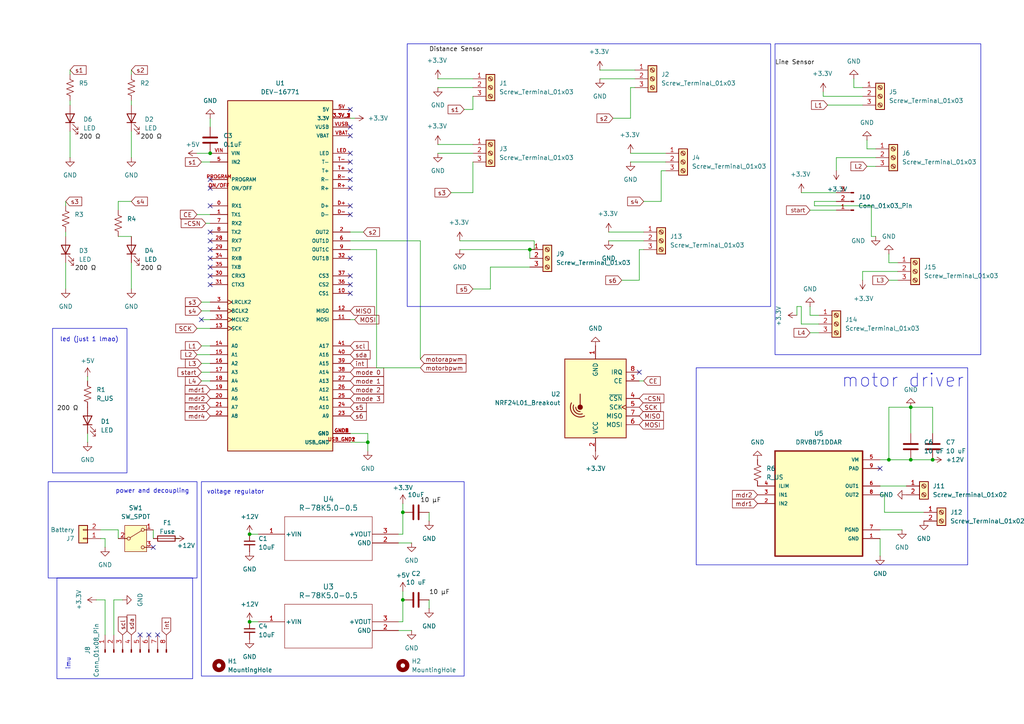
<source format=kicad_sch>
(kicad_sch (version 20250114) (generator "eeschema") (generator_version "9.0")
  (paper "A4")
  (rectangle (start 201.93 106.68) (end 280.67 163.83))
  (rectangle (start 16.51 196.85) (end 55.88 167.64))
  (rectangle (start 15.24 95.25) (end 36.83 137.16))
  (rectangle (start 58.42 139.7) (end 134.62 196.088))
  (rectangle (start 13.97 139.7) (end 57.15 167.64))
  (rectangle (start 224.79 12.7) (end 284.48 102.87))
  (rectangle (start 118.11 12.7) (end 223.52 88.9))
  (text "led (just 1 lmao)\n\n" (at 25.908 99.568 0) (effects (font (size 1.27 1.27))))
  (text "motor driver" (at 261.874 110.49 0) (effects (font (size 3.81 3.81))))
  (text "power and decoupling" (at 44.196 142.494 0) (effects (font (size 1.27 1.27))))
  (text "voltage regulator" (at 68.326 142.748 0) (effects (font (size 1.27 1.27))))
  (text "imu" (at 19.812 192.532 90) (effects (font (size 1.27 1.27))))
  (junction (at 257.81 133.35))
  (junction (at 270.51 133.35))
  (junction (at 264.16 133.35))
  (junction (at 60.96 44.45))
  (junction (at 106.68 128.27))
  (junction (at 72.39 154.94))
  (junction (at 264.16 118.11))
  (junction (at 116.84 173.99))
  (junction (at 116.84 148.59))
  (junction (at 153.67 72.39))
  (junction (at 72.39 180.34))
  (no_connect (at 60.96 80.01))
  (no_connect (at 101.6 46.99))
  (no_connect (at 101.6 36.83))
  (no_connect (at 101.6 39.37))
  (no_connect (at 60.96 74.93))
  (no_connect (at 60.96 69.85))
  (no_connect (at 60.96 59.69))
  (no_connect (at 43.18 184.15))
  (no_connect (at 101.6 82.55))
  (no_connect (at 101.6 62.23))
  (no_connect (at 60.96 82.55))
  (no_connect (at 60.96 52.07))
  (no_connect (at 185.42 107.95))
  (no_connect (at 40.64 184.15))
  (no_connect (at 101.6 49.53))
  (no_connect (at 58.42 92.71))
  (no_connect (at 60.96 77.47))
  (no_connect (at 45.72 184.15))
  (no_connect (at 255.27 135.89))
  (no_connect (at 60.96 72.39))
  (no_connect (at 101.6 52.07))
  (no_connect (at 101.6 74.93))
  (no_connect (at 101.6 44.45))
  (no_connect (at 60.96 67.31))
  (no_connect (at 101.6 59.69))
  (no_connect (at 101.6 80.01))
  (no_connect (at 101.6 85.09))
  (no_connect (at 101.6 54.61))
  (no_connect (at 60.96 54.61))
  (no_connect (at 44.45 158.75))
  (no_connect (at 101.6 31.75))
  (wire (pts (xy 254 45.72) (xy 242.57 45.72)))
  (wire (pts (xy 153.67 74.93) (xy 153.67 72.39)))
  (wire (pts (xy 257.81 118.11) (xy 264.16 118.11)))
  (wire (pts (xy 252.73 68.58) (xy 254 68.58)))
  (wire (pts (xy 57.15 95.25) (xy 60.96 95.25)))
  (wire (pts (xy 57.15 62.23) (xy 60.96 62.23)))
  (wire (pts (xy 19.05 58.42) (xy 19.05 59.69)))
  (wire (pts (xy 232.41 55.88) (xy 242.57 55.88)))
  (wire (pts (xy 234.95 88.9) (xy 234.95 91.44)))
  (wire (pts (xy 270.51 118.11) (xy 264.16 118.11)))
  (wire (pts (xy 58.42 90.17) (xy 60.96 90.17)))
  (wire (pts (xy 134.62 31.75) (xy 137.16 31.75)))
  (wire (pts (xy 153.67 72.39) (xy 133.35 72.39)))
  (wire (pts (xy 185.42 72.39) (xy 186.69 72.39)))
  (wire (pts (xy 57.15 44.45) (xy 60.96 44.45)))
  (wire (pts (xy 180.34 81.28) (xy 185.42 81.28)))
  (wire (pts (xy 234.95 60.96) (xy 242.57 60.96)))
  (wire (pts (xy 176.53 69.85) (xy 186.69 69.85)))
  (wire (pts (xy 242.57 45.72) (xy 242.57 49.53)))
  (wire (pts (xy 264.16 118.11) (xy 264.16 125.73)))
  (wire (pts (xy 238.76 27.94) (xy 238.76 26.67)))
  (wire (pts (xy 173.99 22.86) (xy 184.15 22.86)))
  (wire (pts (xy 236.22 58.42) (xy 236.22 59.69)))
  (wire (pts (xy 20.32 30.48) (xy 20.32 29.21)))
  (wire (pts (xy 256.54 148.59) (xy 267.97 148.59)))
  (wire (pts (xy 30.48 173.99) (xy 27.94 173.99)))
  (wire (pts (xy 232.41 88.9) (xy 232.41 93.98)))
  (wire (pts (xy 34.29 68.58) (xy 38.1 68.58)))
  (wire (pts (xy 19.05 76.2) (xy 19.05 83.82)))
  (wire (pts (xy 186.69 58.42) (xy 191.77 58.42)))
  (wire (pts (xy 240.03 30.48) (xy 250.19 30.48)))
  (wire (pts (xy 59.69 64.77) (xy 60.96 64.77)))
  (wire (pts (xy 33.02 184.15) (xy 33.02 173.99)))
  (wire (pts (xy 29.21 156.21) (xy 30.48 156.21)))
  (wire (pts (xy 154.94 72.39) (xy 154.94 69.85)))
  (wire (pts (xy 25.4 109.22) (xy 25.4 110.49)))
  (wire (pts (xy 34.29 153.67) (xy 34.29 156.21)))
  (wire (pts (xy 182.88 46.99) (xy 193.04 46.99)))
  (wire (pts (xy 116.84 154.94) (xy 115.57 154.94)))
  (wire (pts (xy 191.77 49.53) (xy 193.04 49.53)))
  (wire (pts (xy 60.96 34.29) (xy 60.96 36.83)))
  (wire (pts (xy 116.84 148.59) (xy 116.84 154.94)))
  (wire (pts (xy 58.42 107.95) (xy 60.96 107.95)))
  (wire (pts (xy 250.19 78.74) (xy 250.19 81.28)))
  (wire (pts (xy 154.94 69.85) (xy 133.35 69.85)))
  (wire (pts (xy 30.48 156.21) (xy 30.48 158.75)))
  (wire (pts (xy 102.87 34.29) (xy 101.6 34.29)))
  (wire (pts (xy 115.57 182.88) (xy 119.38 182.88)))
  (wire (pts (xy 30.48 184.15) (xy 30.48 173.99)))
  (wire (pts (xy 72.39 180.34) (xy 74.93 180.34)))
  (wire (pts (xy 173.99 20.32) (xy 184.15 20.32)))
  (wire (pts (xy 115.57 157.48) (xy 119.38 157.48)))
  (wire (pts (xy 58.42 105.41) (xy 60.96 105.41)))
  (wire (pts (xy 124.46 148.59) (xy 124.46 151.13)))
  (wire (pts (xy 38.1 38.1) (xy 38.1 45.72)))
  (wire (pts (xy 38.1 30.48) (xy 38.1 29.21)))
  (wire (pts (xy 38.1 76.2) (xy 38.1 83.82)))
  (wire (pts (xy 234.95 91.44) (xy 237.49 91.44)))
  (wire (pts (xy 236.22 58.42) (xy 242.57 58.42)))
  (wire (pts (xy 109.22 72.39) (xy 101.6 72.39)))
  (wire (pts (xy 252.73 59.69) (xy 252.73 68.58)))
  (wire (pts (xy 176.53 67.31) (xy 186.69 67.31)))
  (wire (pts (xy 142.24 77.47) (xy 142.24 83.82)))
  (wire (pts (xy 34.29 58.42) (xy 34.29 60.96)))
  (wire (pts (xy 231.14 88.9) (xy 231.14 91.44)))
  (wire (pts (xy 101.6 125.73) (xy 106.68 125.73)))
  (wire (pts (xy 264.16 133.35) (xy 270.51 133.35)))
  (wire (pts (xy 58.42 92.71) (xy 60.96 92.71)))
  (wire (pts (xy 121.92 104.14) (xy 121.92 69.85)))
  (wire (pts (xy 127 44.45) (xy 137.16 44.45)))
  (wire (pts (xy 127 25.4) (xy 137.16 25.4)))
  (wire (pts (xy 257.81 118.11) (xy 257.81 133.35)))
  (wire (pts (xy 137.16 83.82) (xy 142.24 83.82)))
  (wire (pts (xy 116.84 146.05) (xy 116.84 148.59)))
  (wire (pts (xy 57.15 102.87) (xy 60.96 102.87)))
  (wire (pts (xy 38.1 58.42) (xy 34.29 58.42)))
  (wire (pts (xy 182.88 44.45) (xy 193.04 44.45)))
  (wire (pts (xy 25.4 128.27) (xy 25.4 125.73)))
  (wire (pts (xy 20.32 38.1) (xy 20.32 45.72)))
  (wire (pts (xy 102.87 92.71) (xy 101.6 92.71)))
  (wire (pts (xy 50.8 156.21) (xy 52.07 156.21)))
  (wire (pts (xy 124.46 173.99) (xy 124.46 176.53)))
  (wire (pts (xy 255.27 153.67) (xy 261.62 153.67)))
  (wire (pts (xy 257.81 133.35) (xy 264.16 133.35)))
  (wire (pts (xy 191.77 49.53) (xy 191.77 58.42)))
  (wire (pts (xy 106.68 128.27) (xy 101.6 128.27)))
  (wire (pts (xy 121.92 106.68) (xy 109.22 106.68)))
  (wire (pts (xy 185.42 110.49) (xy 186.69 110.49)))
  (wire (pts (xy 109.22 106.68) (xy 109.22 72.39)))
  (wire (pts (xy 116.84 173.99) (xy 116.84 180.34)))
  (wire (pts (xy 58.42 100.33) (xy 60.96 100.33)))
  (wire (pts (xy 106.68 130.81) (xy 106.68 128.27)))
  (wire (pts (xy 127 41.91) (xy 137.16 41.91)))
  (wire (pts (xy 182.88 25.4) (xy 182.88 34.29)))
  (wire (pts (xy 236.22 59.69) (xy 252.73 59.69)))
  (wire (pts (xy 106.68 125.73) (xy 106.68 128.27)))
  (wire (pts (xy 38.1 20.32) (xy 38.1 21.59)))
  (wire (pts (xy 232.41 88.9) (xy 231.14 88.9)))
  (wire (pts (xy 251.46 48.26) (xy 254 48.26)))
  (wire (pts (xy 137.16 55.88) (xy 137.16 46.99)))
  (wire (pts (xy 255.27 140.97) (xy 262.89 140.97)))
  (wire (pts (xy 72.39 154.94) (xy 74.93 154.94)))
  (wire (pts (xy 154.94 72.39) (xy 153.67 72.39)))
  (wire (pts (xy 257.81 81.28) (xy 260.35 81.28)))
  (wire (pts (xy 185.42 72.39) (xy 185.42 81.28)))
  (wire (pts (xy 116.84 171.45) (xy 116.84 173.99)))
  (wire (pts (xy 130.81 55.88) (xy 137.16 55.88)))
  (wire (pts (xy 257.81 76.2) (xy 260.35 76.2)))
  (wire (pts (xy 20.32 20.32) (xy 20.32 21.59)))
  (wire (pts (xy 250.19 27.94) (xy 238.76 27.94)))
  (wire (pts (xy 142.24 77.47) (xy 153.67 77.47)))
  (wire (pts (xy 127 22.86) (xy 137.16 22.86)))
  (wire (pts (xy 234.95 96.52) (xy 237.49 96.52)))
  (wire (pts (xy 58.42 46.99) (xy 60.96 46.99)))
  (wire (pts (xy 29.21 153.67) (xy 34.29 153.67)))
  (wire (pts (xy 58.42 110.49) (xy 60.96 110.49)))
  (wire (pts (xy 251.46 43.18) (xy 254 43.18)))
  (wire (pts (xy 270.51 125.73) (xy 270.51 118.11)))
  (wire (pts (xy 121.92 69.85) (xy 101.6 69.85)))
  (wire (pts (xy 182.88 25.4) (xy 184.15 25.4)))
  (wire (pts (xy 232.41 93.98) (xy 237.49 93.98)))
  (wire (pts (xy 58.42 87.63) (xy 60.96 87.63)))
  (wire (pts (xy 33.02 173.99) (xy 35.56 173.99)))
  (wire (pts (xy 19.05 68.58) (xy 19.05 67.31)))
  (wire (pts (xy 255.27 133.35) (xy 257.81 133.35)))
  (wire (pts (xy 116.84 180.34) (xy 115.57 180.34)))
  (wire (pts (xy 250.19 78.74) (xy 260.35 78.74)))
  (wire (pts (xy 101.6 67.31) (xy 105.41 67.31)))
  (wire (pts (xy 137.16 31.75) (xy 137.16 27.94)))
  (wire (pts (xy 255.27 143.51) (xy 256.54 143.51)))
  (wire (pts (xy 256.54 143.51) (xy 256.54 148.59)))
  (wire (pts (xy 44.45 153.67) (xy 44.45 156.21)))
  (wire (pts (xy 251.46 40.64) (xy 251.46 43.18)))
  (wire (pts (xy 247.65 25.4) (xy 250.19 25.4)))
  (wire (pts (xy 177.8 34.29) (xy 182.88 34.29)))
  (wire (pts (xy 247.65 22.86) (xy 247.65 25.4)))
  (wire (pts (xy 257.81 73.66) (xy 257.81 76.2)))
  (wire (pts (xy 255.27 156.21) (xy 255.27 161.29)))
  (label "200 Ω" (at 27.94 78.74 180))
  (label "200 Ω" (at 16.51 119.38 0))
  (label "200 Ω" (at 46.99 40.64 180))
  (label "Distance Sensor" (at 124.46 15.24 0))
  (label "10 µF" (at 124.46 172.72 0))
  (label "200 Ω" (at 29.21 40.64 180))
  (label "200 Ω" (at 46.99 78.74 180))
  (label "Line Sensor" (at 224.79 19.05 0))
  (label "10 µF" (at 121.92 146.05 0))
  (global_label "CE" (shape input) (at 57.15 62.23 180) (property "Intersheetrefs" "${INTERSHEET_REFS}" (effects (hide yes))))
  (global_label "s1" (shape input) (at 58.42 46.99 180) (property "Intersheetrefs" "${INTERSHEET_REFS}" (effects (hide yes))))
  (global_label "MOSI" (shape input) (at 102.87 92.71 0) (property "Intersheetrefs" "${INTERSHEET_REFS}" (effects (hide yes))))
  (global_label "L1" (shape input) (at 58.42 100.33 180) (property "Intersheetrefs" "${INTERSHEET_REFS}" (effects (hide yes))))
  (global_label "s3" (shape input) (at 19.05 58.42 0) (property "Intersheetrefs" "${INTERSHEET_REFS}" (effects (hide yes))))
  (global_label "mode 0" (shape input) (at 101.6 107.95 0) (property "Intersheetrefs" "${INTERSHEET_REFS}" (effects (hide yes))))
  (global_label "s3" (shape input) (at 130.81 55.88 180) (property "Intersheetrefs" "${INTERSHEET_REFS}" (effects (hide yes))))
  (global_label "mode 2" (shape input) (at 101.6 113.03 0) (property "Intersheetrefs" "${INTERSHEET_REFS}" (effects (hide yes))))
  (global_label "mdr3" (shape input) (at 60.96 118.11 180) (property "Intersheetrefs" "${INTERSHEET_REFS}" (effects (hide yes))))
  (global_label "s5" (shape input) (at 101.6 118.11 0) (property "Intersheetrefs" "${INTERSHEET_REFS}" (effects (hide yes))))
  (global_label "~CSN" (shape input) (at 59.69 64.77 180) (property "Intersheetrefs" "${INTERSHEET_REFS}" (effects (hide yes))))
  (global_label "SCK" (shape input) (at 57.15 95.25 180) (property "Intersheetrefs" "${INTERSHEET_REFS}" (effects (hide yes))))
  (global_label "L2" (shape input) (at 57.15 102.87 180) (property "Intersheetrefs" "${INTERSHEET_REFS}" (effects (hide yes))))
  (global_label "L3" (shape input) (at 257.81 81.28 180) (property "Intersheetrefs" "${INTERSHEET_REFS}" (effects (hide yes))))
  (global_label "motorbpwm" (shape input) (at 121.92 106.68 0) (property "Intersheetrefs" "${INTERSHEET_REFS}" (effects (hide yes))))
  (global_label "s4" (shape input) (at 38.1 58.42 0) (property "Intersheetrefs" "${INTERSHEET_REFS}" (effects (hide yes))))
  (global_label "s2" (shape input) (at 177.8 34.29 180) (property "Intersheetrefs" "${INTERSHEET_REFS}" (effects (hide yes))))
  (global_label "SCK" (shape input) (at 185.42 118.11 0) (property "Intersheetrefs" "${INTERSHEET_REFS}" (effects (hide yes))))
  (global_label "s1" (shape input) (at 134.62 31.75 180) (property "Intersheetrefs" "${INTERSHEET_REFS}" (effects (hide yes))))
  (global_label "sda" (shape input) (at 38.1 184.15 90) (property "Intersheetrefs" "${INTERSHEET_REFS}" (effects (hide yes))))
  (global_label "mdr1" (shape input) (at 60.96 113.03 180) (property "Intersheetrefs" "${INTERSHEET_REFS}" (effects (hide yes))))
  (global_label "s5" (shape input) (at 137.16 83.82 180) (property "Intersheetrefs" "${INTERSHEET_REFS}" (effects (hide yes))))
  (global_label "L3" (shape input) (at 58.42 105.41 180) (property "Intersheetrefs" "${INTERSHEET_REFS}" (effects (hide yes))))
  (global_label "s3" (shape input) (at 58.42 87.63 180) (property "Intersheetrefs" "${INTERSHEET_REFS}" (effects (hide yes))))
  (global_label "scl" (shape input) (at 101.6 100.33 0) (property "Intersheetrefs" "${INTERSHEET_REFS}" (effects (hide yes))))
  (global_label "mode 3" (shape input) (at 101.6 115.57 0) (property "Intersheetrefs" "${INTERSHEET_REFS}" (effects (hide yes))))
  (global_label "s2" (shape input) (at 105.41 67.31 0) (property "Intersheetrefs" "${INTERSHEET_REFS}" (effects (hide yes))))
  (global_label "mdr1" (shape input) (at 219.71 146.05 180) (property "Intersheetrefs" "${INTERSHEET_REFS}" (effects (hide yes))))
  (global_label "motorapwm" (shape input) (at 121.92 104.14 0) (property "Intersheetrefs" "${INTERSHEET_REFS}" (effects (hide yes))))
  (global_label "s6" (shape input) (at 101.6 120.65 0) (property "Intersheetrefs" "${INTERSHEET_REFS}" (effects (hide yes))))
  (global_label "L4" (shape input) (at 58.42 110.49 180) (property "Intersheetrefs" "${INTERSHEET_REFS}" (effects (hide yes))))
  (global_label "int" (shape input) (at 48.26 184.15 90) (property "Intersheetrefs" "${INTERSHEET_REFS}" (effects (hide yes))))
  (global_label "s4" (shape input) (at 186.69 58.42 180) (property "Intersheetrefs" "${INTERSHEET_REFS}" (effects (hide yes))))
  (global_label "mdr2" (shape input) (at 219.71 143.51 180) (property "Intersheetrefs" "${INTERSHEET_REFS}" (effects (hide yes))))
  (global_label "sda" (shape input) (at 101.6 102.87 0) (property "Intersheetrefs" "${INTERSHEET_REFS}" (effects (hide yes))))
  (global_label "MISO" (shape input) (at 101.6 90.17 0) (property "Intersheetrefs" "${INTERSHEET_REFS}" (effects (hide yes))))
  (global_label "L1" (shape input) (at 240.03 30.48 180) (property "Intersheetrefs" "${INTERSHEET_REFS}" (effects (hide yes))))
  (global_label "s6" (shape input) (at 180.34 81.28 180) (property "Intersheetrefs" "${INTERSHEET_REFS}" (effects (hide yes))))
  (global_label "mdr2" (shape input) (at 60.96 115.57 180) (property "Intersheetrefs" "${INTERSHEET_REFS}" (effects (hide yes))))
  (global_label "start" (shape input) (at 234.95 60.96 180) (property "Intersheetrefs" "${INTERSHEET_REFS}" (effects (hide yes))))
  (global_label "s2" (shape input) (at 38.1 20.32 0) (property "Intersheetrefs" "${INTERSHEET_REFS}" (effects (hide yes))))
  (global_label "scl" (shape input) (at 35.56 184.15 90) (property "Intersheetrefs" "${INTERSHEET_REFS}" (effects (hide yes))))
  (global_label "int" (shape input) (at 101.6 105.41 0) (property "Intersheetrefs" "${INTERSHEET_REFS}" (effects (hide yes))))
  (global_label "s4" (shape input) (at 58.42 90.17 180) (property "Intersheetrefs" "${INTERSHEET_REFS}" (effects (hide yes))))
  (global_label "MOSI" (shape input) (at 185.42 123.19 0) (property "Intersheetrefs" "${INTERSHEET_REFS}" (effects (hide yes))))
  (global_label "s1" (shape input) (at 20.32 20.32 0) (property "Intersheetrefs" "${INTERSHEET_REFS}" (effects (hide yes))))
  (global_label "L4" (shape input) (at 234.95 96.52 180) (property "Intersheetrefs" "${INTERSHEET_REFS}" (effects (hide yes))))
  (global_label "mode 1" (shape input) (at 101.6 110.49 0) (property "Intersheetrefs" "${INTERSHEET_REFS}" (effects (hide yes))))
  (global_label "start" (shape input) (at 58.42 107.95 180) (property "Intersheetrefs" "${INTERSHEET_REFS}" (effects (hide yes))))
  (global_label "L2" (shape input) (at 251.46 48.26 180) (property "Intersheetrefs" "${INTERSHEET_REFS}" (effects (hide yes))))
  (global_label "~CSN" (shape input) (at 185.42 115.57 0) (property "Intersheetrefs" "${INTERSHEET_REFS}" (effects (hide yes))))
  (global_label "MISO" (shape input) (at 185.42 120.65 0) (property "Intersheetrefs" "${INTERSHEET_REFS}" (effects (hide yes))))
  (global_label "mdr4" (shape input) (at 60.96 120.65 180) (property "Intersheetrefs" "${INTERSHEET_REFS}" (effects (hide yes))))
  (global_label "CE" (shape input) (at 186.69 110.49 0) (property "Intersheetrefs" "${INTERSHEET_REFS}" (effects (hide yes))))
  (symbol (lib_id "power:GND") (at 127 44.45 0) (unit 1)
    (property "Reference" "#PWR06" (effects (hide yes)))
    (property "Value" "GND" (at 127 49.53 0))
    (property "Description" "Power symbol creates a global label with name \"GND\" , ground" (effects (hide yes)))
  )
  (symbol (lib_name "+5V_1") (lib_id "power:+5V") (at 116.84 146.05 0) (unit 1)
    (property "Reference" "#PWR028" (effects (hide yes)))
    (property "Value" "+3.3V" (at 116.84 141.478 0))
    (property "Description" "Power symbol creates a global label with name \"+5V\"" (effects (hide yes)))
  )
  (symbol (lib_id "power:+12V") (at 50.8 156.21 270) (unit 1)
    (property "Reference" "#PWR021" (effects (hide yes)))
    (property "Value" "+12V" (at 51.308 158.242 90) (effects (justify left)))
    (property "Description" "Power symbol creates a global label with name \"+12V\"" (effects (hide yes)))
  )
  (symbol (lib_id "power:+3.3V") (at 232.41 55.88 0) (unit 1)
    (property "Reference" "#PWR051" (effects (hide yes)))
    (property "Value" "+3.3V" (at 232.156 50.546 0))
    (property "Description" "Power symbol creates a global label with name \"+3.3V\"" (effects (hide yes)))
  )
  (symbol (lib_id "power:GND") (at 247.65 22.86 0) (mirror x) (unit 1)
    (property "Reference" "#PWR010" (effects (hide yes)))
    (property "Value" "GND" (at 247.65 17.78 0))
  )
  (symbol (lib_id "Device:C_Small") (at 72.39 157.48 0) (unit 1)
    (property "Reference" "C1" (at 74.93 156.2162 0) (effects (justify left)))
    (property "Value" "10uF" (at 74.93 158.7562 0) (effects (justify left)))
    (property "Footprint" "Capacitor_SMD:C_0805_2012Metric" (effects (hide yes)))
    (property "Description" "Unpolarized capacitor, small symbol" (effects (hide yes)))
  )
  (symbol (lib_id "Connector:Screw_Terminal_01x03") (at 191.77 69.85 0) (unit 1)
    (property "Reference" "J13" (at 194.31 68.5799 0) (effects (justify left)))
    (property "Value" "Screw_Terminal_01x03" (at 194.31 71.1199 0) (effects (justify left)))
    (property "Footprint" "TerminalBlock:TerminalBlock_Xinya_XY308-2.54-3P_1x03_P2.54mm_Horizontal" (effects (hide yes)))
    (property "Description" "Generic screw terminal, single row, 01x03, script generated (kicad-library-utils/schlib/autogen/connector/)" (effects (hide yes)))
  )
  (symbol (lib_id "RF:NRF24L01_Breakout") (at 172.72 115.57 180) (unit 1)
    (property "Reference" "U2" (at 162.56 114.2999 0) (effects (justify left)))
    (property "Value" "NRF24L01_Breakout" (at 162.56 116.8399 0) (effects (justify left)))
    (property "Footprint" "RF_Module:nRF24L01_Breakout" (effects (hide yes)))
    (property "Datasheet" "http://www.nordicsemi.com/eng/content/download/2730/34105/file/nRF24L01_Product_Specification_v2_0.pdf" (effects (hide yes)))
    (property "Description" "Ultra low power 2.4GHz RF Transceiver, Carrier PCB" (effects (hide yes)))
  )
  (symbol (lib_id "power:GND") (at 261.62 153.67 0) (unit 1)
    (property "Reference" "#PWR041" (effects (hide yes)))
    (property "Value" "GND" (at 261.62 158.75 0))
    (property "Description" "Power symbol creates a global label with name \"GND\" , ground" (effects (hide yes)))
  )
  (symbol (lib_id "power:GND") (at 119.38 157.48 0) (unit 1)
    (property "Reference" "#PWR038" (effects (hide yes)))
    (property "Value" "GND" (at 119.38 162.56 0))
    (property "Description" "Power symbol creates a global label with name \"GND\" , ground" (effects (hide yes)))
  )
  (symbol (lib_id "power:+3.3V") (at 250.19 81.28 180) (unit 1)
    (property "Reference" "#PWR059" (effects (hide yes)))
    (property "Value" "+3.3V" (at 250.444 86.614 0))
    (property "Description" "Power symbol creates a global label with name \"+3.3V\"" (effects (hide yes)))
  )
  (symbol (lib_id "power:GND") (at 119.38 182.88 0) (unit 1)
    (property "Reference" "#PWR019" (effects (hide yes)))
    (property "Value" "GND" (at 119.38 187.96 0))
    (property "Description" "Power symbol creates a global label with name \"GND\" , ground" (effects (hide yes)))
  )
  (symbol (lib_id "Connector:Screw_Terminal_01x03") (at 259.08 45.72 0) (unit 1)
    (property "Reference" "J6" (at 261.62 44.4499 0) (effects (justify left)))
    (property "Value" "Screw_Terminal_01x03" (at 261.62 46.9899 0) (effects (justify left)))
    (property "Footprint" "TerminalBlock:TerminalBlock_Xinya_XY308-2.54-3P_1x03_P2.54mm_Horizontal" (effects (hide yes)))
    (property "Description" "Generic screw terminal, single row, 01x03, script generated (kicad-library-utils/schlib/autogen/connector/)" (effects (hide yes)))
  )
  (symbol (lib_id "power:GND") (at 234.95 88.9 0) (mirror x) (unit 1)
    (property "Reference" "#PWR029" (effects (hide yes)))
    (property "Value" "GND" (at 234.95 83.82 0))
  )
  (symbol (lib_id "power:GND") (at 38.1 83.82 0) (unit 1)
    (property "Reference" "#PWR036" (effects (hide yes)))
    (property "Value" "GND" (at 38.1 88.9 0))
    (property "Description" "Power symbol creates a global label with name \"GND\" , ground" (effects (hide yes)))
  )
  (symbol (lib_id "Connector:Screw_Terminal_01x03") (at 189.23 22.86 0) (unit 1)
    (property "Reference" "J2" (at 191.77 21.5899 0) (effects (justify left)))
    (property "Value" "Screw_Terminal_01x03" (at 191.77 24.1299 0) (effects (justify left)))
    (property "Footprint" "TerminalBlock:TerminalBlock_Xinya_XY308-2.54-3P_1x03_P2.54mm_Horizontal" (effects (hide yes)))
    (property "Description" "Generic screw terminal, single row, 01x03, script generated (kicad-library-utils/schlib/autogen/connector/)" (effects (hide yes)))
  )
  (symbol (lib_id "Device:C_Small") (at 72.39 182.88 0) (unit 1)
    (property "Reference" "C4" (at 74.93 181.6162 0) (effects (justify left)))
    (property "Value" "10uF" (at 74.93 184.1562 0) (effects (justify left)))
    (property "Footprint" "Capacitor_SMD:C_0805_2012Metric" (effects (hide yes)))
    (property "Description" "Unpolarized capacitor, small symbol" (effects (hide yes)))
  )
  (symbol (lib_id "Mechanical:MountingHole") (at 116.84 193.04 0) (unit 1) (exclude_from_sim yes) (in_bom no)
    (property "Reference" "H2" (at 119.38 191.7699 0) (effects (justify left)))
    (property "Value" "MountingHole" (at 119.38 194.3099 0) (effects (justify left)))
    (property "Footprint" "MountingHole:MountingHole_2.5mm" (effects (hide yes)))
    (property "Description" "Mounting Hole without connection" (effects (hide yes)))
  )
  (symbol (lib_name "+5V_2") (lib_id "power:+5V") (at 57.15 44.45 90) (unit 1)
    (property "Reference" "#PWR025" (effects (hide yes)))
    (property "Value" "+5V" (at 55.88 41.91 90))
    (property "Description" "Power symbol creates a global label with name \"+5V\"" (effects (hide yes)))
  )
  (symbol (lib_id "power:GND") (at 264.16 118.11 180) (unit 1)
    (property "Reference" "#PWR02" (effects (hide yes)))
    (property "Value" "GND" (at 264.16 113.03 0))
    (property "Description" "Power symbol creates a global label with name \"GND\" , ground" (effects (hide yes)))
  )
  (symbol (lib_id "Device:R_US") (at 25.4 114.3 0) (unit 1)
    (property "Reference" "R1" (at 27.94 113.0299 0) (effects (justify left)))
    (property "Value" "R_US" (at 27.94 115.5699 0) (effects (justify left)))
    (property "Footprint" "Resistor_SMD:R_0805_2012Metric" (effects (hide yes)))
    (property "Description" "Resistor, US symbol" (effects (hide yes)))
  )
  (symbol (lib_id "Device:C") (at 270.51 129.54 180) (unit 1)
    (property "Reference" "C7" (at 274.32 128.2699 0) (effects (justify right)))
    (property "Value" "10 uF" (at 274.32 130.8099 0) (effects (justify right)))
    (property "Footprint" "Capacitor_SMD:C_0805_2012Metric" (effects (hide yes)))
    (property "Description" "Unpolarized capacitor" (effects (hide yes)))
  )
  (symbol (lib_id "power:+3.3V") (at 172.72 130.81 180) (unit 1)
    (property "Reference" "#PWR07" (effects (hide yes)))
    (property "Value" "+3.3V" (at 172.72 135.89 0))
    (property "Description" "Power symbol creates a global label with name \"+3.3V\"" (effects (hide yes)))
  )
  (symbol (lib_id "Device:Fuse") (at 48.26 156.21 90) (unit 1)
    (property "Reference" "F1" (at 48.514 151.638 90))
    (property "Value" "Fuse" (at 48.514 154.178 90))
    (property "Footprint" "Fuse:Fuse_1206_3216Metric" (effects (hide yes)))
    (property "Description" "Fuse" (effects (hide yes)))
  )
  (symbol (lib_id "Device:C") (at 60.96 40.64 0) (unit 1)
    (property "Reference" "C3" (at 64.77 39.3699 0) (effects (justify left)))
    (property "Value" "0.1uF" (at 64.77 41.9099 0) (effects (justify left)))
    (property "Footprint" "Capacitor_SMD:C_0805_2012Metric" (effects (hide yes)))
    (property "Description" "Unpolarized capacitor" (effects (hide yes)))
  )
  (symbol (lib_id "power:GND") (at 254 68.58 0) (unit 1)
    (property "Reference" "#PWR030" (effects (hide yes)))
    (property "Value" "GND" (at 248.92 69.85 0))
    (property "Description" "Power symbol creates a global label with name \"GND\" , ground" (effects (hide yes)))
  )
  (symbol (lib_id "power:GND") (at 251.46 40.64 0) (mirror x) (unit 1)
    (property "Reference" "#PWR012" (effects (hide yes)))
    (property "Value" "GND" (at 251.46 35.56 0))
  )
  (symbol (lib_id "power:GND") (at 255.27 161.29 0) (unit 1)
    (property "Reference" "#PWR037" (effects (hide yes)))
    (property "Value" "GND" (at 255.27 166.37 0))
    (property "Description" "Power symbol creates a global label with name \"GND\" , ground" (effects (hide yes)))
  )
  (symbol (lib_id "power:GND") (at 60.96 34.29 180) (unit 1)
    (property "Reference" "#PWR026" (effects (hide yes)))
    (property "Value" "GND" (at 60.96 29.21 0))
    (property "Description" "Power symbol creates a global label with name \"GND\" , ground" (effects (hide yes)))
  )
  (symbol (lib_id "DEV-16771:DEV-16771") (at 81.28 80.01 0) (unit 1)
    (property "Reference" "U1" (at 81.28 24.13 0))
    (property "Value" "DEV-16771" (at 81.28 26.67 0))
    (property "Footprint" "pleseowrk:teensy" (effects (hide yes)))
    (property "Description" "\nRT1062 Teensy 4.1 series ARM® Cortex®-M7 MPU Embedded Evaluation Board\n" (effects (hide yes)))
    (property "MF" "SparkFun Electronics" (effects (hide yes)))
    (property "MAXIMUM_PACKAGE_HEIGHT" "4.07mm" (effects (hide yes)))
    (property "Package" "None" (effects (hide yes)))
    (property "Price" "None" (effects (hide yes)))
    (property "Check_prices" "https://www.snapeda.com/parts/DEV-16771/SparkFun+Electronics/view-part/?ref=eda" (effects (hide yes)))
    (property "STANDARD" "Manufacturer recommendations" (effects (hide yes)))
    (property "PARTREV" "4.1" (effects (hide yes)))
    (property "SnapEDA_Link" "https://www.snapeda.com/parts/DEV-16771/SparkFun+Electronics/view-part/?ref=snap" (effects (hide yes)))
    (property "MP" "DEV-16771" (effects (hide yes)))
    (property "Purchase-URL" "https://www.snapeda.com/api/url_track_click_mouser/?unipart_id=4833875&manufacturer=SparkFun Electronics&part_name=DEV-16771&search_term=None" (effects (hide yes)))
    (property "Availability" "In Stock" (effects (hide yes)))
    (property "MANUFACTURER" "SparkFun Electronics" (effects (hide yes)))
  )
  (symbol (lib_id "power:GND") (at 20.32 45.72 0) (unit 1)
    (property "Reference" "#PWR040" (effects (hide yes)))
    (property "Value" "GND" (at 20.32 50.8 0))
    (property "Description" "Power symbol creates a global label with name \"GND\" , ground" (effects (hide yes)))
  )
  (symbol (lib_id "Device:R_US") (at 20.32 25.4 0) (unit 1)
    (property "Reference" "R5" (at 22.86 24.1299 0) (effects (justify left)))
    (property "Value" "R_US" (effects (hide yes)))
    (property "Footprint" "Resistor_SMD:R_0805_2012Metric" (effects (hide yes)))
    (property "Description" "Resistor, US symbol" (effects (hide yes)))
  )
  (symbol (lib_id "power:GND") (at 262.89 143.51 270) (unit 1)
    (property "Reference" "#PWR043" (effects (hide yes)))
    (property "Value" "GND" (at 259.08 143.5099 90) (effects (justify right)))
    (property "Description" "Power symbol creates a global label with name \"GND\" , ground" (effects (hide yes)))
  )
  (symbol (lib_id "2024-11-08_01-03-56:R-78K5.0-0.5") (at 74.93 154.94 0) (unit 1)
    (property "Reference" "U4" (at 95.25 144.78 0) (effects (font (size 1.524 1.524))))
    (property "Value" "R-78K5.0-0.5" (at 95.25 147.32 0) (effects (font (size 1.524 1.524))))
    (property "Footprint" "pleseowrk:voltageregulator" (effects (hide yes)))
    (property "Datasheet" "R-78K5.0-0.5" (effects (hide yes)))
  )
  (symbol (lib_id "Switch:SW_SPDT") (at 39.37 156.21 0) (unit 1)
    (property "Reference" "SW1" (at 39.37 147.32 0))
    (property "Value" "SW_SPDT" (at 39.37 149.86 0))
    (property "Footprint" "pleseowrk:switch" (effects (hide yes)))
    (property "Description" "Switch, single pole double throw" (effects (hide yes)))
  )
  (symbol (lib_id "Connector:Screw_Terminal_01x03") (at 158.75 74.93 0) (unit 1)
    (property "Reference" "J9" (at 161.29 73.6599 0) (effects (justify left)))
    (property "Value" "Screw_Terminal_01x03" (at 161.29 76.1999 0) (effects (justify left)))
    (property "Footprint" "TerminalBlock:TerminalBlock_Xinya_XY308-2.54-3P_1x03_P2.54mm_Horizontal" (effects (hide yes)))
    (property "Description" "Generic screw terminal, single row, 01x03, script generated (kicad-library-utils/schlib/autogen/connector/)" (effects (hide yes)))
  )
  (symbol (lib_id "Connector:Screw_Terminal_01x03") (at 198.12 46.99 0) (unit 1)
    (property "Reference" "J4" (at 200.66 45.7199 0) (effects (justify left)))
    (property "Value" "Screw_Terminal_01x03" (at 200.66 48.2599 0) (effects (justify left)))
    (property "Footprint" "TerminalBlock:TerminalBlock_Xinya_XY308-2.54-3P_1x03_P2.54mm_Horizontal" (effects (hide yes)))
    (property "Description" "Generic screw terminal, single row, 01x03, script generated (kicad-library-utils/schlib/autogen/connector/)" (effects (hide yes)))
  )
  (symbol (lib_id "power:GND") (at 219.71 133.35 180) (unit 1)
    (property "Reference" "#PWR03" (effects (hide yes)))
    (property "Value" "GND" (at 219.71 128.27 0))
    (property "Description" "Power symbol creates a global label with name \"GND\" , ground" (effects (hide yes)))
  )
  (symbol (lib_id "power:GND") (at 124.46 176.53 0) (unit 1)
    (property "Reference" "#PWR024" (effects (hide yes)))
    (property "Value" "GND" (at 124.46 181.61 0))
    (property "Description" "Power symbol creates a global label with name \"GND\" , ground" (effects (hide yes)))
  )
  (symbol (lib_id "Connector:Conn_01x03_Pin") (at 247.65 58.42 180) (unit 1)
    (property "Reference" "J10" (at 248.92 57.1499 0) (effects (justify right)))
    (property "Value" "Conn_01x03_Pin" (at 248.92 59.6899 0) (effects (justify right)))
    (property "Footprint" "Connector_PinHeader_2.54mm:PinHeader_1x03_P2.54mm_Vertical" (effects (hide yes)))
    (property "Description" "Generic connector, single row, 01x03, script generated" (effects (hide yes)))
  )
  (symbol (lib_id "power:GND") (at 124.46 151.13 0) (unit 1)
    (property "Reference" "#PWR039" (effects (hide yes)))
    (property "Value" "GND" (at 124.46 156.21 0))
    (property "Description" "Power symbol creates a global label with name \"GND\" , ground" (effects (hide yes)))
  )
  (symbol (lib_id "power:+12V") (at 25.4 109.22 0) (unit 1)
    (property "Reference" "#PWR032" (effects (hide yes)))
    (property "Value" "+5V" (at 25.4 104.648 0))
    (property "Description" "Power symbol creates a global label with name \"+12V\"" (effects (hide yes)))
  )
  (symbol (lib_id "power:GND") (at 257.81 73.66 0) (mirror x) (unit 1)
    (property "Reference" "#PWR047" (effects (hide yes)))
    (property "Value" "GND" (at 257.81 68.58 0))
  )
  (symbol (lib_id "power:GND") (at 176.53 69.85 0) (unit 1)
    (property "Reference" "#PWR046" (effects (hide yes)))
    (property "Value" "GND" (at 176.53 74.93 0))
    (property "Description" "Power symbol creates a global label with name \"GND\" , ground" (effects (hide yes)))
  )
  (symbol (lib_id "power:GND") (at 72.39 185.42 0) (unit 1)
    (property "Reference" "#PWR020" (effects (hide yes)))
    (property "Value" "GND" (at 72.39 190.5 0))
    (property "Description" "Power symbol creates a global label with name \"GND\" , ground" (effects (hide yes)))
  )
  (symbol (lib_id "Connector:Conn_01x08_Pin") (at 38.1 189.23 90) (unit 1)
    (property "Reference" "J8" (at 25.4 188.595 0))
    (property "Value" "Conn_01x08_Pin" (at 27.94 188.595 0))
    (property "Footprint" "Connector_PinHeader_2.54mm:PinHeader_1x08_P2.54mm_Vertical" (effects (hide yes)))
    (property "Description" "Generic connector, single row, 01x08, script generated" (effects (hide yes)))
  )
  (symbol (lib_id "2024-11-08_01-03-56:R-78K5.0-0.5") (at 74.93 180.34 0) (unit 1)
    (property "Reference" "U3" (at 95.25 170.18 0) (effects (font (size 1.524 1.524))))
    (property "Value" "R-78K5.0-0.5" (at 95.25 172.72 0) (effects (font (size 1.524 1.524))))
    (property "Footprint" "pleseowrk:voltageregulator" (effects (hide yes)))
    (property "Datasheet" "R-78K5.0-0.5" (effects (hide yes)))
  )
  (symbol (lib_id "power:+3.3V") (at 102.87 34.29 270) (unit 1)
    (property "Reference" "#PWR023" (effects (hide yes)))
    (property "Value" "+3.3V" (at 106.68 34.2899 90) (effects (justify left)))
    (property "Description" "Power symbol creates a global label with name \"+3.3V\"" (effects (hide yes)))
  )
  (symbol (lib_id "Connector:Screw_Terminal_01x03") (at 142.24 44.45 0) (unit 1)
    (property "Reference" "J3" (at 144.78 43.1799 0) (effects (justify left)))
    (property "Value" "Screw_Terminal_01x03" (at 144.78 45.7199 0) (effects (justify left)))
    (property "Footprint" "TerminalBlock:TerminalBlock_Xinya_XY308-2.54-3P_1x03_P2.54mm_Horizontal" (effects (hide yes)))
    (property "Description" "Generic screw terminal, single row, 01x03, script generated (kicad-library-utils/schlib/autogen/connector/)" (effects (hide yes)))
  )
  (symbol (lib_id "Device:R_US") (at 38.1 25.4 0) (unit 1)
    (property "Reference" "R2" (at 40.64 24.1299 0) (effects (justify left)))
    (property "Value" "R_US" (effects (hide yes)))
    (property "Footprint" "Resistor_SMD:R_0805_2012Metric" (effects (hide yes)))
    (property "Description" "Resistor, US symbol" (effects (hide yes)))
  )
  (symbol (lib_id "power:+3.3V") (at 173.99 20.32 0) (unit 1)
    (property "Reference" "#PWR063" (effects (hide yes)))
    (property "Value" "+3.3V" (at 173.736 14.986 0))
    (property "Description" "Power symbol creates a global label with name \"+3.3V\"" (effects (hide yes)))
  )
  (symbol (lib_id "Device:C") (at 264.16 129.54 180) (unit 1)
    (property "Reference" "C6" (at 267.97 128.2699 0) (effects (justify right)))
    (property "Value" "10 uF" (at 267.97 130.8099 0) (effects (justify right)))
    (property "Footprint" "Capacitor_SMD:C_0805_2012Metric" (effects (hide yes)))
    (property "Description" "Unpolarized capacitor" (effects (hide yes)))
  )
  (symbol (lib_id "Device:LED") (at 38.1 34.29 90) (unit 1)
    (property "Reference" "D2" (at 41.91 34.6074 90) (effects (justify right)))
    (property "Value" "LED" (at 41.91 37.1474 90) (effects (justify right)))
    (property "Footprint" "LED_SMD:LED_1206_3216Metric" (effects (hide yes)))
    (property "Description" "Light emitting diode" (effects (hide yes)))
  )
  (symbol (lib_id "Device:C") (at 120.65 148.59 90) (unit 1)
    (property "Reference" "C5" (effects (hide yes)))
    (property "Value" "10uF" (at 120.65 143.51 90))
    (property "Footprint" "Capacitor_SMD:C_0805_2012Metric" (effects (hide yes)))
    (property "Description" "Unpolarized capacitor" (effects (hide yes)))
  )
  (symbol (lib_id "power:GND") (at 182.88 46.99 0) (unit 1)
    (property "Reference" "#PWR08" (effects (hide yes)))
    (property "Value" "GND" (at 182.88 52.07 0))
    (property "Description" "Power symbol creates a global label with name \"GND\" , ground" (effects (hide yes)))
  )
  (symbol (lib_id "power:GND") (at 19.05 83.82 0) (unit 1)
    (property "Reference" "#PWR035" (effects (hide yes)))
    (property "Value" "GND" (at 19.05 88.9 0))
    (property "Description" "Power symbol creates a global label with name \"GND\" , ground" (effects (hide yes)))
  )
  (symbol (lib_id "Connector:Screw_Terminal_01x02") (at 267.97 140.97 0) (unit 1)
    (property "Reference" "J11" (at 270.51 140.9699 0) (effects (justify left)))
    (property "Value" "Screw_Terminal_01x02" (at 270.51 143.5099 0) (effects (justify left)))
    (property "Footprint" "TerminalBlock:TerminalBlock_Xinya_XY308-2.54-2P_1x02_P2.54mm_Horizontal" (effects (hide yes)))
    (property "Description" "Generic screw terminal, single row, 01x02, script generated (kicad-library-utils/schlib/autogen/connector/)" (effects (hide yes)))
  )
  (symbol (lib_id "power:GND") (at 38.1 45.72 0) (unit 1)
    (property "Reference" "#PWR033" (effects (hide yes)))
    (property "Value" "GND" (at 38.1 50.8 0))
    (property "Description" "Power symbol creates a global label with name \"GND\" , ground" (effects (hide yes)))
  )
  (symbol (lib_id "Device:R_US") (at 34.29 64.77 0) (unit 1)
    (property "Reference" "R4" (at 36.83 63.4999 0) (effects (justify left)))
    (property "Value" "R_US" (effects (hide yes)))
    (property "Footprint" "Resistor_SMD:R_0805_2012Metric" (effects (hide yes)))
    (property "Description" "Resistor, US symbol" (effects (hide yes)))
  )
  (symbol (lib_id "power:GND") (at 173.99 22.86 0) (unit 1)
    (property "Reference" "#PWR04" (effects (hide yes)))
    (property "Value" "GND" (at 173.99 27.94 0))
    (property "Description" "Power symbol creates a global label with name \"GND\" , ground" (effects (hide yes)))
  )
  (symbol (lib_id "power:+3.3V") (at 127 41.91 0) (unit 1)
    (property "Reference" "#PWR062" (effects (hide yes)))
    (property "Value" "+3.3V" (at 126.746 36.576 0))
    (property "Description" "Power symbol creates a global label with name \"+3.3V\"" (effects (hide yes)))
  )
  (symbol (lib_id "Device:R_US") (at 19.05 63.5 0) (unit 1)
    (property "Reference" "R3" (at 21.59 62.2299 0) (effects (justify left)))
    (property "Value" "R_US" (effects (hide yes)))
    (property "Footprint" "Resistor_SMD:R_0805_2012Metric" (effects (hide yes)))
    (property "Description" "Resistor, US symbol" (effects (hide yes)))
  )
  (symbol (lib_id "Device:R_US") (at 219.71 137.16 0) (unit 1)
    (property "Reference" "R6" (at 222.25 135.8899 0) (effects (justify left)))
    (property "Value" "R_US" (at 222.25 138.4299 0) (effects (justify left)))
    (property "Footprint" "Resistor_SMD:R_0805_2012Metric" (effects (hide yes)))
    (property "Description" "Resistor, US symbol" (effects (hide yes)))
  )
  (symbol (lib_id "power:GND") (at 30.48 158.75 0) (unit 1)
    (property "Reference" "#PWR022" (effects (hide yes)))
    (property "Value" "GND" (at 30.48 163.83 0))
  )
  (symbol (lib_id "power:GND") (at 25.4 128.27 0) (unit 1)
    (property "Reference" "#PWR031" (effects (hide yes)))
    (property "Value" "GND" (at 25.4 133.35 0))
    (property "Description" "Power symbol creates a global label with name \"GND\" , ground" (effects (hide yes)))
  )
  (symbol (lib_id "power:+3.3V") (at 182.88 44.45 0) (unit 1)
    (property "Reference" "#PWR066" (effects (hide yes)))
    (property "Value" "+3.3V" (at 182.626 39.116 0))
    (property "Description" "Power symbol creates a global label with name \"+3.3V\"" (effects (hide yes)))
  )
  (symbol (lib_id "Connector:Screw_Terminal_01x03") (at 255.27 27.94 0) (unit 1)
    (property "Reference" "J5" (at 257.81 26.6699 0) (effects (justify left)))
    (property "Value" "Screw_Terminal_01x03" (at 257.81 29.2099 0) (effects (justify left)))
    (property "Footprint" "TerminalBlock:TerminalBlock_Xinya_XY308-2.54-3P_1x03_P2.54mm_Horizontal" (effects (hide yes)))
    (property "Description" "Generic screw terminal, single row, 01x03, script generated (kicad-library-utils/schlib/autogen/connector/)" (effects (hide yes)))
  )
  (symbol (lib_id "power:GND") (at 35.56 173.99 90) (unit 1)
    (property "Reference" "#PWR016" (effects (hide yes)))
    (property "Value" "GND" (at 40.64 173.99 0))
    (property "Description" "Power symbol creates a global label with name \"GND\" , ground" (effects (hide yes)))
  )
  (symbol (lib_id "power:+3.3V") (at 242.57 49.53 180) (unit 1)
    (property "Reference" "#PWR058" (effects (hide yes)))
    (property "Value" "+3.3V" (at 242.824 54.864 0))
    (property "Description" "Power symbol creates a global label with name \"+3.3V\"" (effects (hide yes)))
  )
  (symbol (lib_id "Connector:Screw_Terminal_01x02") (at 273.05 148.59 0) (unit 1)
    (property "Reference" "J12" (at 275.59 148.5899 0) (effects (justify left)))
    (property "Value" "Screw_Terminal_01x02" (at 275.59 151.1299 0) (effects (justify left)))
    (property "Footprint" "TerminalBlock:TerminalBlock_Xinya_XY308-2.54-2P_1x02_P2.54mm_Horizontal" (effects (hide yes)))
    (property "Description" "Generic screw terminal, single row, 01x02, script generated (kicad-library-utils/schlib/autogen/connector/)" (effects (hide yes)))
  )
  (symbol (lib_id "Device:C") (at 120.65 173.99 90) (unit 1)
    (property "Reference" "C2" (at 120.65 166.37 90))
    (property "Value" "10 uF" (at 120.65 168.91 90))
    (property "Footprint" "Capacitor_SMD:C_0805_2012Metric" (effects (hide yes)))
    (property "Description" "Unpolarized capacitor" (effects (hide yes)))
  )
  (symbol (lib_id "Connector:Screw_Terminal_01x03") (at 265.43 78.74 0) (unit 1)
    (property "Reference" "J15" (at 267.97 77.4699 0) (effects (justify left)))
    (property "Value" "Screw_Terminal_01x03" (at 267.97 80.0099 0) (effects (justify left)))
    (property "Footprint" "TerminalBlock:TerminalBlock_Xinya_XY308-2.54-3P_1x03_P2.54mm_Horizontal" (effects (hide yes)))
    (property "Description" "Generic screw terminal, single row, 01x03, script generated (kicad-library-utils/schlib/autogen/connector/)" (effects (hide yes)))
  )
  (symbol (lib_id "Connector_Generic:Conn_01x02") (at 24.13 156.21 180) (unit 1)
    (property "Reference" "J7" (at 21.59 156.2101 0) (effects (justify left)))
    (property "Value" "Battery" (at 21.59 153.6701 0) (effects (justify left)))
    (property "Footprint" "Connector_AMASS:AMASS_XT30U-F_1x02_P5.0mm_Vertical" (effects (hide yes)))
  )
  (symbol (lib_id "Device:LED") (at 19.05 72.39 90) (unit 1)
    (property "Reference" "D3" (at 22.86 72.7074 90) (effects (justify right)))
    (property "Value" "LED" (at 22.86 75.2474 90) (effects (justify right)))
    (property "Footprint" "LED_SMD:LED_1206_3216Metric" (effects (hide yes)))
    (property "Description" "Light emitting diode" (effects (hide yes)))
  )
  (symbol (lib_name "+12V_1") (lib_id "power:+12V") (at 72.39 180.34 0) (unit 1)
    (property "Reference" "#PWR017" (effects (hide yes)))
    (property "Value" "+12V" (at 72.39 175.26 0))
    (property "Description" "Power symbol creates a global label with name \"+12V\"" (effects (hide yes)))
  )
  (symbol (lib_id "power:+3.3V") (at 27.94 173.99 90) (unit 1)
    (property "Reference" "#PWR014" (effects (hide yes)))
    (property "Value" "+3.3V" (at 22.86 173.99 0))
    (property "Description" "Power symbol creates a global label with name \"+3.3V\"" (effects (hide yes)))
  )
  (symbol (lib_id "DRV8871DDAR:DRV8871DDAR") (at 237.49 146.05 0) (unit 1)
    (property "Reference" "U5" (at 237.49 125.73 0))
    (property "Value" "DRV8871DDAR" (at 237.49 128.27 0))
    (property "Footprint" "DRV8871DDAR:VREG_LM5017MR_NOPB" (effects (hide yes)))
    (property "MF" "Texas Instruments" (effects (hide yes)))
    (property "Description_1" "50-V, 3.6-A H-bridge motor driver with integrated current sensing" (effects (hide yes)))
    (property "Package" "HSOIC-8 Texas Instruments" (effects (hide yes)))
    (property "Price" "None" (effects (hide yes)))
    (property "SnapEDA_Link" "https://www.snapeda.com/parts/DRV8871DDAR/Texas+Instruments/view-part/?ref=snap" (effects (hide yes)))
    (property "MP" "DRV8871DDAR" (effects (hide yes)))
    (property "Availability" "In Stock" (effects (hide yes)))
    (property "Check_prices" "https://www.snapeda.com/parts/DRV8871DDAR/Texas+Instruments/view-part/?ref=eda" (effects (hide yes)))
  )
  (symbol (lib_id "power:GND") (at 133.35 72.39 0) (unit 1)
    (property "Reference" "#PWR044" (effects (hide yes)))
    (property "Value" "GND" (at 133.35 77.47 0))
    (property "Description" "Power symbol creates a global label with name \"GND\" , ground" (effects (hide yes)))
  )
  (symbol (lib_id "power:+3.3V") (at 176.53 67.31 0) (unit 1)
    (property "Reference" "#PWR065" (effects (hide yes)))
    (property "Value" "+3.3V" (at 176.276 61.976 0))
    (property "Description" "Power symbol creates a global label with name \"+3.3V\"" (effects (hide yes)))
  )
  (symbol (lib_id "Device:LED") (at 20.32 34.29 90) (unit 1)
    (property "Reference" "D6" (at 24.13 34.6074 90) (effects (justify right)))
    (property "Value" "LED" (at 24.13 37.1474 90) (effects (justify right)))
    (property "Footprint" "LED_SMD:LED_1206_3216Metric" (effects (hide yes)))
    (property "Description" "Light emitting diode" (effects (hide yes)))
  )
  (symbol (lib_id "power:GND") (at 127 25.4 0) (unit 1)
    (property "Reference" "#PWR01" (effects (hide yes)))
    (property "Value" "GND" (at 127 30.48 0))
    (property "Description" "Power symbol creates a global label with name \"GND\" , ground" (effects (hide yes)))
  )
  (symbol (lib_id "Connector:Screw_Terminal_01x03") (at 242.57 93.98 0) (unit 1)
    (property "Reference" "J14" (at 245.11 92.7099 0) (effects (justify left)))
    (property "Value" "Screw_Terminal_01x03" (at 245.11 95.2499 0) (effects (justify left)))
    (property "Footprint" "TerminalBlock:TerminalBlock_Xinya_XY308-2.54-3P_1x03_P2.54mm_Horizontal" (effects (hide yes)))
    (property "Description" "Generic screw terminal, single row, 01x03, script generated (kicad-library-utils/schlib/autogen/connector/)" (effects (hide yes)))
  )
  (symbol (lib_name "+12V_1") (lib_id "power:+12V") (at 72.39 154.94 0) (unit 1)
    (property "Reference" "#PWR013" (effects (hide yes)))
    (property "Value" "+12V" (at 72.39 149.86 0))
    (property "Description" "Power symbol creates a global label with name \"+12V\"" (effects (hide yes)))
  )
  (symbol (lib_id "power:GND") (at 267.97 151.13 0) (unit 1)
    (property "Reference" "#PWR045" (effects (hide yes)))
    (property "Value" "GND" (at 267.97 156.21 0))
    (property "Description" "Power symbol creates a global label with name \"GND\" , ground" (effects (hide yes)))
  )
  (symbol (lib_id "power:+3.3V") (at 127 22.86 0) (unit 1)
    (property "Reference" "#PWR061" (effects (hide yes)))
    (property "Value" "+3.3V" (at 126.746 17.526 0))
    (property "Description" "Power symbol creates a global label with name \"+3.3V\"" (effects (hide yes)))
  )
  (symbol (lib_id "Device:LED") (at 25.4 121.92 90) (unit 1)
    (property "Reference" "D1" (at 29.21 122.2374 90) (effects (justify right)))
    (property "Value" "LED" (at 29.21 124.7774 90) (effects (justify right)))
    (property "Footprint" "LED_SMD:LED_1206_3216Metric" (effects (hide yes)))
    (property "Description" "Light emitting diode" (effects (hide yes)))
  )
  (symbol (lib_name "+5V_1") (lib_id "power:+5V") (at 116.84 171.45 0) (unit 1)
    (property "Reference" "#PWR018" (effects (hide yes)))
    (property "Value" "+5V" (at 116.84 166.878 0))
    (property "Description" "Power symbol creates a global label with name \"+5V\"" (effects (hide yes)))
  )
  (symbol (lib_id "power:+3.3V") (at 133.35 69.85 0) (unit 1)
    (property "Reference" "#PWR064" (effects (hide yes)))
    (property "Value" "+3.3V" (at 133.096 64.516 0))
    (property "Description" "Power symbol creates a global label with name \"+3.3V\"" (effects (hide yes)))
  )
  (symbol (lib_id "power:+12V") (at 270.51 133.35 270) (unit 1)
    (property "Reference" "#PWR05" (effects (hide yes)))
    (property "Value" "+12V" (at 274.32 133.3499 90) (effects (justify left)))
    (property "Description" "Power symbol creates a global label with name \"+12V\"" (effects (hide yes)))
  )
  (symbol (lib_id "Device:LED") (at 38.1 72.39 90) (unit 1)
    (property "Reference" "D4" (at 41.91 72.7074 90) (effects (justify right)))
    (property "Value" "LED" (at 41.91 75.2474 90) (effects (justify right)))
    (property "Footprint" "LED_SMD:LED_1206_3216Metric" (effects (hide yes)))
    (property "Description" "Light emitting diode" (effects (hide yes)))
  )
  (symbol (lib_id "power:+3.3V") (at 231.14 91.44 90) (unit 1)
    (property "Reference" "#PWR060" (effects (hide yes)))
    (property "Value" "+3.3V" (at 225.806 91.694 0))
    (property "Description" "Power symbol creates a global label with name \"+3.3V\"" (effects (hide yes)))
  )
  (symbol (lib_id "Connector:Screw_Terminal_01x03") (at 142.24 25.4 0) (unit 1)
    (property "Reference" "J1" (at 144.78 24.1299 0) (effects (justify left)))
    (property "Value" "Screw_Terminal_01x03" (at 144.78 26.6699 0) (effects (justify left)))
    (property "Footprint" "TerminalBlock:TerminalBlock_Xinya_XY308-2.54-3P_1x03_P2.54mm_Horizontal" (effects (hide yes)))
    (property "Description" "Generic screw terminal, single row, 01x03, script generated (kicad-library-utils/schlib/autogen/connector/)" (effects (hide yes)))
  )
  (symbol (lib_id "power:GND") (at 106.68 130.81 0) (unit 1)
    (property "Reference" "#PWR034" (effects (hide yes)))
    (property "Value" "GND" (at 106.68 135.89 0))
    (property "Description" "Power symbol creates a global label with name \"GND\" , ground" (effects (hide yes)))
  )
  (symbol (lib_id "power:+3.3V") (at 238.76 26.67 0) (unit 1)
    (property "Reference" "#PWR057" (effects (hide yes)))
    (property "Value" "+3.3V" (at 238.506 21.336 0))
    (property "Description" "Power symbol creates a global label with name \"+3.3V\"" (effects (hide yes)))
  )
  (symbol (lib_id "power:GND") (at 172.72 100.33 180) (unit 1)
    (property "Reference" "#PWR042" (effects (hide yes)))
    (property "Value" "GND" (at 172.72 95.25 0))
    (property "Description" "Power symbol creates a global label with name \"GND\" , ground" (effects (hide yes)))
  )
  (symbol (lib_id "Mechanical:MountingHole") (at 63.5 193.04 0) (unit 1) (exclude_from_sim yes) (in_bom no)
    (property "Reference" "H1" (at 66.04 191.7699 0) (effects (justify left)))
    (property "Value" "MountingHole" (at 66.04 194.3099 0) (effects (justify left)))
    (property "Footprint" "MountingHole:MountingHole_2.5mm" (effects (hide yes)))
    (property "Description" "Mounting Hole without connection" (effects (hide yes)))
  )
  (symbol (lib_id "power:GND") (at 72.39 160.02 0) (unit 1)
    (property "Reference" "#PWR015" (effects (hide yes)))
    (property "Value" "GND" (at 72.39 165.1 0))
    (property "Description" "Power symbol creates a global label with name \"GND\" , ground" (effects (hide yes)))
  )
)
</source>
